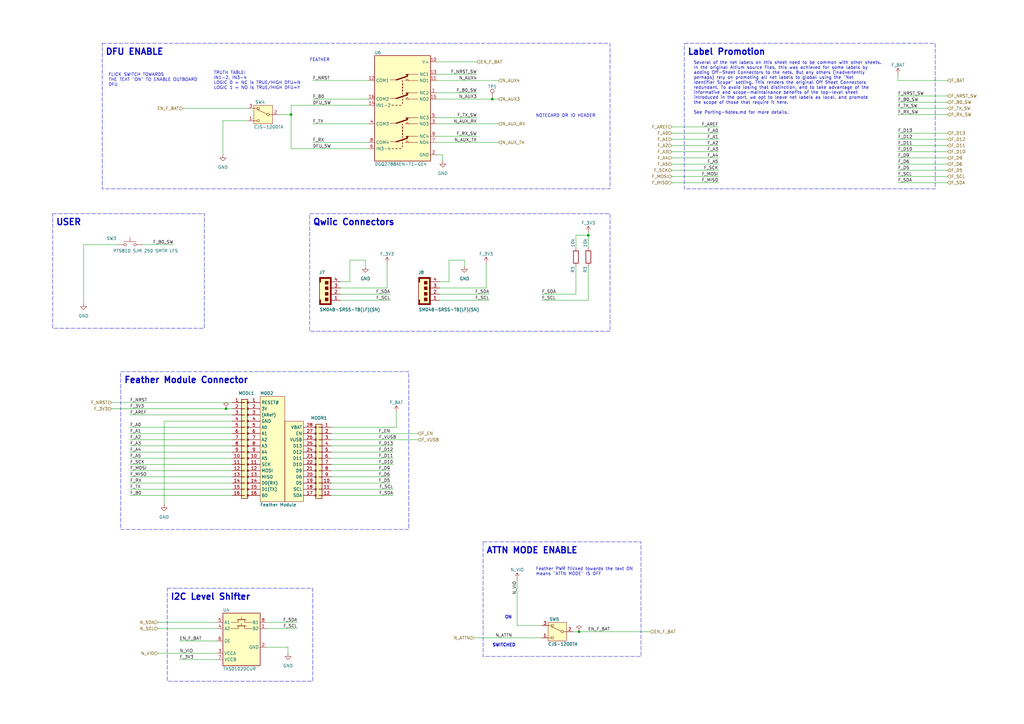
<source format=kicad_sch>
(kicad_sch (version 20230121) (generator eeschema)
  (paper "A3")
  (title_block (title "Notecarrier-F") (date "2023-05-03") (rev "A") (comment 1 "Blues Inc") (comment 2 "Heath Raftery"))
  (lib_symbols
    (symbol "Connector:TestPoint" (pin_numbers hide) (pin_names (offset 0.762) hide)
      (property "Reference" "TP" (at 0 6.858 0))
      (property "Value" "TestPoint" (at 0 5.08 0))
      (symbol "TestPoint_0_1"
        (circle (center 0 3.302) (radius 0.762))
      )
      (symbol "TestPoint_1_1"
        (pin passive line (at 0 0 90) (length 2.54) (name "1") (number "1"))
      )
    )
    (symbol "Connector_Generic:Conn_01x12" (pin_names (offset 1.016) hide)
      (property "Reference" "J" (at 0 15.24 0))
      (property "Value" "Conn_01x12" (at 0 -17.78 0))
      (symbol "Conn_01x12_1_1"
        (rectangle (start -1.27 -15.113) (end 0 -15.367) (stroke (width 0.1524)))
        (rectangle (start -1.27 -12.573) (end 0 -12.827) (stroke (width 0.1524)))
        (rectangle (start -1.27 -10.033) (end 0 -10.287) (stroke (width 0.1524)))
        (rectangle (start -1.27 -7.493) (end 0 -7.747) (stroke (width 0.1524)))
        (rectangle (start -1.27 -4.953) (end 0 -5.207) (stroke (width 0.1524)))
        (rectangle (start -1.27 -2.413) (end 0 -2.667) (stroke (width 0.1524)))
        (rectangle (start -1.27 0.127) (end 0 -0.127) (stroke (width 0.1524)))
        (rectangle (start -1.27 2.667) (end 0 2.413) (stroke (width 0.1524)))
        (rectangle (start -1.27 5.207) (end 0 4.953) (stroke (width 0.1524)))
        (rectangle (start -1.27 7.747) (end 0 7.493) (stroke (width 0.1524)))
        (rectangle (start -1.27 10.287) (end 0 10.033) (stroke (width 0.1524)))
        (rectangle (start -1.27 12.827) (end 0 12.573) (stroke (width 0.1524)))
        (rectangle (start -1.27 13.97) (end 1.27 -16.51) (stroke (width 0.254)) (fill (type background)))
        (pin passive line (at -5.08 12.7 0) (length 3.81) (name "Pin_1") (number "1"))
        (pin passive line (at -5.08 -10.16 0) (length 3.81) (name "Pin_10") (number "10"))
        (pin passive line (at -5.08 -12.7 0) (length 3.81) (name "Pin_11") (number "11"))
        (pin passive line (at -5.08 -15.24 0) (length 3.81) (name "Pin_12") (number "12"))
        (pin passive line (at -5.08 10.16 0) (length 3.81) (name "Pin_2") (number "2"))
        (pin passive line (at -5.08 7.62 0) (length 3.81) (name "Pin_3") (number "3"))
        (pin passive line (at -5.08 5.08 0) (length 3.81) (name "Pin_4") (number "4"))
        (pin passive line (at -5.08 2.54 0) (length 3.81) (name "Pin_5") (number "5"))
        (pin passive line (at -5.08 0 0) (length 3.81) (name "Pin_6") (number "6"))
        (pin passive line (at -5.08 -2.54 0) (length 3.81) (name "Pin_7") (number "7"))
        (pin passive line (at -5.08 -5.08 0) (length 3.81) (name "Pin_8") (number "8"))
        (pin passive line (at -5.08 -7.62 0) (length 3.81) (name "Pin_9") (number "9"))
      )
    )
    (symbol "Connector_Generic:Conn_01x16" (pin_names (offset 1.016) hide)
      (property "Reference" "J" (at 0 20.32 0))
      (property "Value" "Conn_01x16" (at 0 -22.86 0))
      (symbol "Conn_01x16_1_1"
        (rectangle (start -1.27 -20.193) (end 0 -20.447) (stroke (width 0.1524)))
        (rectangle (start -1.27 -17.653) (end 0 -17.907) (stroke (width 0.1524)))
        (rectangle (start -1.27 -15.113) (end 0 -15.367) (stroke (width 0.1524)))
        (rectangle (start -1.27 -12.573) (end 0 -12.827) (stroke (width 0.1524)))
        (rectangle (start -1.27 -10.033) (end 0 -10.287) (stroke (width 0.1524)))
        (rectangle (start -1.27 -7.493) (end 0 -7.747) (stroke (width 0.1524)))
        (rectangle (start -1.27 -4.953) (end 0 -5.207) (stroke (width 0.1524)))
        (rectangle (start -1.27 -2.413) (end 0 -2.667) (stroke (width 0.1524)))
        (rectangle (start -1.27 0.127) (end 0 -0.127) (stroke (width 0.1524)))
        (rectangle (start -1.27 2.667) (end 0 2.413) (stroke (width 0.1524)))
        (rectangle (start -1.27 5.207) (end 0 4.953) (stroke (width 0.1524)))
        (rectangle (start -1.27 7.747) (end 0 7.493) (stroke (width 0.1524)))
        (rectangle (start -1.27 10.287) (end 0 10.033) (stroke (width 0.1524)))
        (rectangle (start -1.27 12.827) (end 0 12.573) (stroke (width 0.1524)))
        (rectangle (start -1.27 15.367) (end 0 15.113) (stroke (width 0.1524)))
        (rectangle (start -1.27 17.907) (end 0 17.653) (stroke (width 0.1524)))
        (rectangle (start -1.27 19.05) (end 1.27 -21.59) (stroke (width 0.254)) (fill (type background)))
        (pin passive line (at -5.08 17.78 0) (length 3.81) (name "Pin_1") (number "1"))
        (pin passive line (at -5.08 -5.08 0) (length 3.81) (name "Pin_10") (number "10"))
        (pin passive line (at -5.08 -7.62 0) (length 3.81) (name "Pin_11") (number "11"))
        (pin passive line (at -5.08 -10.16 0) (length 3.81) (name "Pin_12") (number "12"))
        (pin passive line (at -5.08 -12.7 0) (length 3.81) (name "Pin_13") (number "13"))
        (pin passive line (at -5.08 -15.24 0) (length 3.81) (name "Pin_14") (number "14"))
        (pin passive line (at -5.08 -17.78 0) (length 3.81) (name "Pin_15") (number "15"))
        (pin passive line (at -5.08 -20.32 0) (length 3.81) (name "Pin_16") (number "16"))
        (pin passive line (at -5.08 15.24 0) (length 3.81) (name "Pin_2") (number "2"))
        (pin passive line (at -5.08 12.7 0) (length 3.81) (name "Pin_3") (number "3"))
        (pin passive line (at -5.08 10.16 0) (length 3.81) (name "Pin_4") (number "4"))
        (pin passive line (at -5.08 7.62 0) (length 3.81) (name "Pin_5") (number "5"))
        (pin passive line (at -5.08 5.08 0) (length 3.81) (name "Pin_6") (number "6"))
        (pin passive line (at -5.08 2.54 0) (length 3.81) (name "Pin_7") (number "7"))
        (pin passive line (at -5.08 0 0) (length 3.81) (name "Pin_8") (number "8"))
        (pin passive line (at -5.08 -2.54 0) (length 3.81) (name "Pin_9") (number "9"))
      )
    )
    (symbol "Device:R" (pin_numbers hide) (pin_names (offset 0))
      (property "Reference" "R" (at 2.032 0 90))
      (property "Value" "R" (at 0 0 90))
      (symbol "R_0_1"
        (rectangle (start -1.016 -2.54) (end 1.016 2.54) (stroke (width 0.254)))
      )
      (symbol "R_1_1"
        (pin passive line (at 0 3.81 270) (length 1.27) (name "~") (number "1"))
        (pin passive line (at 0 -3.81 90) (length 1.27) (name "~") (number "2"))
      )
    )
    (symbol "blues-kicad-lib:BM04B-SRSS-TBT" (pin_names (offset 1.016))
      (property "Reference" "J" (at -1.27 6.35 0))
      (property "Value" "BM04B-SRSS-TBT" (at -1.27 -8.89 0))
      (symbol "BM04B-SRSS-TBT_0_0"
        (rectangle (start -1.27 4.318) (end 3.556 -6.858) (stroke (width 0.254)) (fill (type background)))
      )
      (symbol "BM04B-SRSS-TBT_1_0"
        (pin passive line (at -5.08 2.54 0) (length 3.81) (name "") (number "1"))
        (pin passive line (at -5.08 0 0) (length 3.81) (name "") (number "2"))
        (pin passive line (at -5.08 -2.54 0) (length 3.81) (name "") (number "3"))
        (pin passive line (at -5.08 -5.08 0) (length 3.81) (name "") (number "4"))
      )
      (symbol "BM04B-SRSS-TBT_1_1"
        (rectangle (start 0 -4.064) (end 1.27 -5.334) (fill (type outline)))
        (rectangle (start 0 -1.778) (end 1.27 -3.048) (fill (type outline)))
        (polyline (pts (xy 3.048 2.286) (xy 3.556 2.286) (xy 3.556 4.318) (xy -1.27 4.318) (xy -1.27 -6.858) (xy 3.556 -6.858) (xy 3.556 -4.826) (xy 3.048 -4.826) (xy 3.048 -6.35) (xy -0.762 -6.35) (xy -0.762 3.81) (xy 3.048 3.81) (xy 3.048 2.286)) (fill (type outline)))
        (rectangle (start 0 0.508) (end 1.27 -0.762) (fill (type outline)))
        (rectangle (start 0 2.794) (end 1.27 1.524) (fill (type outline)))
      )
    )
    (symbol "blues-kicad-lib:CJS-1200TA" (pin_names (offset 0.002) hide)
      (property "Reference" "SW" (at -1.27 4.318 0))
      (property "Value" "CJS-1200TA" (at -1.27 -5.08 0))
      (symbol "CJS-1200TA_0_0"
        (circle (center -3.302 0) (radius 0.508))
        (circle (center 0.762 -2.54) (radius 0.508))
      )
      (symbol "CJS-1200TA_0_1"
        (rectangle (start -5.08 3.81) (end 2.54 -3.81) (fill (type background)))
        (polyline (pts (xy -5.08 0) (xy -3.81 0)))
        (polyline (pts (xy -2.794 0.254) (xy 1.27 2.032)))
        (polyline (pts (xy 1.27 -2.54) (xy 2.54 -2.54)))
        (polyline (pts (xy 1.27 2.54) (xy 2.54 2.54)))
        (circle (center 0.762 2.54) (radius 0.508))
      )
      (symbol "CJS-1200TA_1_1"
        (pin passive line (at 5.08 -2.54 180) (length 2.54) (name "C") (number "1"))
        (pin passive line (at -7.62 0 0) (length 2.54) (name "B") (number "2"))
        (pin passive line (at 5.08 2.54 180) (length 2.54) (name "A") (number "3"))
      )
    )
    (symbol "blues-kicad-lib:DGQ2788AEN-T1-GE4"
      (property "Reference" "U" (at 0 20.32 0))
      (property "Value" "DGQ2788AEN-T1-GE4" (at 0 17.78 0))
      (symbol "DGQ2788AEN-T1-GE4_0_1"
        (polyline (pts (xy -2.54 -18.796) (xy -5.08 -18.796)))
        (polyline (pts (xy -2.54 -11.176) (xy -5.08 -11.176)))
        (polyline (pts (xy -2.54 -1.016) (xy -5.08 -1.016)))
        (polyline (pts (xy -2.54 6.604) (xy -5.08 6.604)))
      )
      (symbol "DGQ2788AEN-T1-GE4_1_0"
        (pin passive line (at 13.97 1.27 180) (length 2.54) (name "NC2") (number "1"))
        (pin passive line (at 13.97 6.35 180) (length 2.54) (name "NO1") (number "11"))
        (pin passive line (at 13.97 -1.27 180) (length 2.54) (name "NO2") (number "15"))
        (pin power_in line (at 13.97 -24.13 180) (length 2.54) (name "GND") (number "2"))
        (pin passive line (at 13.97 -11.43 180) (length 2.54) (name "NO3") (number "3"))
        (pin passive line (at 13.97 -8.89 180) (length 2.54) (name "NC3") (number "5"))
        (pin passive line (at 13.97 -19.05 180) (length 2.54) (name "NO4") (number "7"))
        (pin passive line (at 13.97 -16.51 180) (length 2.54) (name "NC4") (number "9"))
      )
      (symbol "DGQ2788AEN-T1-GE4_1_1"
        (rectangle (start -11.43 16.51) (end 11.43 -26.67) (stroke (width 0.254)) (fill (type background)))
        (polyline (pts (xy -4.318 -21.59) (xy -3.683 -21.59)) (stroke (width 0.254)))
        (polyline (pts (xy -4.318 -3.81) (xy -3.683 -3.81)) (stroke (width 0.254)))
        (polyline (pts (xy -2.794 -21.59) (xy -2.159 -21.59)) (stroke (width 0.254)))
        (polyline (pts (xy -2.794 -3.81) (xy -2.159 -3.81)) (stroke (width 0.254)))
        (polyline (pts (xy -2.54 -18.796) (xy 2.032 -17.272)) (stroke (width 0.508)))
        (polyline (pts (xy -2.54 -11.176) (xy 2.032 -9.652)) (stroke (width 0.508)))
        (polyline (pts (xy -2.54 -1.016) (xy 2.032 0.508)) (stroke (width 0.508)))
        (polyline (pts (xy -2.54 6.604) (xy 2.032 8.128)) (stroke (width 0.508)))
        (polyline (pts (xy -1.27 -21.59) (xy -0.635 -21.59)) (stroke (width 0.254)))
        (polyline (pts (xy -1.27 -3.81) (xy -0.635 -3.81)) (stroke (width 0.254)))
        (polyline (pts (xy 0 -20.32) (xy 0 -20.955)) (stroke (width 0.254)))
        (polyline (pts (xy 0 -19.05) (xy 0 -19.685)) (stroke (width 0.254)))
        (polyline (pts (xy 0 -17.78) (xy 0 -18.415)) (stroke (width 0.254)))
        (polyline (pts (xy 0 -16.51) (xy 0 -17.145)) (stroke (width 0.254)))
        (polyline (pts (xy 0 -15.24) (xy 0 -15.875)) (stroke (width 0.254)))
        (polyline (pts (xy 0 -15.24) (xy 0 -15.875)) (stroke (width 0.254)))
        (polyline (pts (xy 0 -13.97) (xy 0 -14.605)) (stroke (width 0.254)))
        (polyline (pts (xy 0 -13.97) (xy 0 -14.605)) (stroke (width 0.254)))
        (polyline (pts (xy 0 -12.7) (xy 0 -13.335)) (stroke (width 0.254)))
        (polyline (pts (xy 0 -12.7) (xy 0 -13.335)) (stroke (width 0.254)))
        (polyline (pts (xy 0 -11.43) (xy 0 -12.065)) (stroke (width 0.254)))
        (polyline (pts (xy 0 -2.54) (xy 0 -3.175)) (stroke (width 0.254)))
        (polyline (pts (xy 0 -1.27) (xy 0 -1.905)) (stroke (width 0.254)))
        (polyline (pts (xy 0 0) (xy 0 -0.635)) (stroke (width 0.254)))
        (polyline (pts (xy 0 1.27) (xy 0 0.635)) (stroke (width 0.254)))
        (polyline (pts (xy 0 2.54) (xy 0 1.905)) (stroke (width 0.254)))
        (polyline (pts (xy 0 2.54) (xy 0 1.905)) (stroke (width 0.254)))
        (polyline (pts (xy 0 3.81) (xy 0 3.175)) (stroke (width 0.254)))
        (polyline (pts (xy 0 3.81) (xy 0 3.175)) (stroke (width 0.254)))
        (polyline (pts (xy 0 5.08) (xy 0 4.445)) (stroke (width 0.254)))
        (polyline (pts (xy 0 5.08) (xy 0 4.445)) (stroke (width 0.254)))
        (polyline (pts (xy 0 6.35) (xy 0 5.715)) (stroke (width 0.254)))
        (polyline (pts (xy 6.35 -19.05) (xy 1.27 -19.05) (xy 1.905 -18.415) (xy 2.54 -19.05)))
        (polyline (pts (xy 6.35 -16.51) (xy 1.27 -16.51) (xy 1.905 -17.145) (xy 2.54 -16.51)) (fill (type outline)))
        (polyline (pts (xy 6.35 -11.43) (xy 1.27 -11.43) (xy 1.905 -10.795) (xy 2.54 -11.43)))
        (polyline (pts (xy 6.35 -8.89) (xy 1.27 -8.89) (xy 1.905 -9.525) (xy 2.54 -8.89)) (fill (type outline)))
        (polyline (pts (xy 6.35 -1.27) (xy 1.27 -1.27) (xy 1.905 -0.635) (xy 2.54 -1.27)))
        (polyline (pts (xy 6.35 1.27) (xy 1.27 1.27) (xy 1.905 0.635) (xy 2.54 1.27)) (fill (type outline)))
        (polyline (pts (xy 6.35 6.35) (xy 1.27 6.35) (xy 1.905 6.985) (xy 2.54 6.35)))
        (polyline (pts (xy 6.35 8.89) (xy 1.27 8.89) (xy 1.905 8.255) (xy 2.54 8.89)) (fill (type outline)))
        (pin power_in line (at 13.97 13.97 180) (length 2.54) (name "V+") (number "10"))
        (pin passive line (at -13.97 6.35 0) (length 2.54) (name "COM1") (number "12"))
        (pin passive line (at 13.97 8.89 180) (length 2.54) (name "NC1") (number "13"))
        (pin input line (at -13.97 -3.81 0) (length 2.54) (name "IN1-2") (number "14"))
        (pin passive line (at -13.97 -1.27 0) (length 2.54) (name "COM2") (number "16"))
        (pin passive line (at -13.97 -11.43 0) (length 2.54) (name "COM3") (number "4"))
        (pin input line (at -13.97 -21.59 0) (length 2.54) (name "IN3-4") (number "6"))
        (pin passive line (at -13.97 -19.05 0) (length 2.54) (name "COM4") (number "8"))
      )
    )
    (symbol "blues-kicad-lib:FeatherModule" (in_bom no)
      (property "Reference" "MOD" (at -10.16 24.13 0))
      (property "Value" "Feather Module" (at -10.16 -21.59 0))
      (symbol "FeatherModule_0_1"
        (rectangle (start -10.16 22.86) (end 0 -20.32) (fill (type background)))
        (rectangle (start 0 12.7) (end 7.62 -20.32) (fill (type background)))
      )
      (symbol "FeatherModule_1_0"
        (pin no_connect line (at -15.24 -2.54 0) (length 5.08) (name "A5") (number "10"))
        (pin no_connect line (at -15.24 -5.08 0) (length 5.08) (name "SCK") (number "11"))
        (pin no_connect line (at -15.24 -7.62 0) (length 5.08) (name "MOSI") (number "12"))
        (pin no_connect line (at -15.24 -10.16 0) (length 5.08) (name "MISO") (number "13"))
        (pin no_connect line (at -15.24 -12.7 0) (length 5.08) (name "D0(RX)") (number "14"))
        (pin no_connect line (at -15.24 -15.24 0) (length 5.08) (name "D1(TX)") (number "15"))
        (pin no_connect line (at -15.24 -17.78 0) (length 5.08) (name "B0") (number "16"))
        (pin no_connect line (at 12.7 -17.78 180) (length 5.08) (name "SDA") (number "17"))
        (pin no_connect line (at 12.7 -15.24 180) (length 5.08) (name "SCL") (number "18"))
        (pin no_connect line (at 12.7 -12.7 180) (length 5.08) (name "D5") (number "19"))
        (pin no_connect line (at 12.7 -10.16 180) (length 5.08) (name "D6") (number "20"))
        (pin no_connect line (at 12.7 -7.62 180) (length 5.08) (name "D9") (number "21"))
        (pin no_connect line (at 12.7 -5.08 180) (length 5.08) (name "D10") (number "22"))
        (pin no_connect line (at 12.7 -2.54 180) (length 5.08) (name "D11") (number "23"))
        (pin no_connect line (at 12.7 0 180) (length 5.08) (name "D12") (number "24"))
        (pin no_connect line (at 12.7 2.54 180) (length 5.08) (name "D13") (number "25"))
        (pin no_connect line (at 12.7 5.08 180) (length 5.08) (name "VUSB") (number "26"))
        (pin no_connect line (at 12.7 7.62 180) (length 5.08) (name "EN") (number "27"))
        (pin no_connect line (at 12.7 10.16 180) (length 5.08) (name "VBAT") (number "28"))
        (pin no_connect line (at -15.24 12.7 0) (length 5.08) (name "GND") (number "4"))
        (pin no_connect line (at -15.24 10.16 0) (length 5.08) (name "A0") (number "5"))
        (pin no_connect line (at -15.24 7.62 0) (length 5.08) (name "A1") (number "6"))
        (pin no_connect line (at -15.24 5.08 0) (length 5.08) (name "A2") (number "7"))
        (pin no_connect line (at -15.24 2.54 0) (length 5.08) (name "A3") (number "8"))
        (pin no_connect line (at -15.24 0 0) (length 5.08) (name "A4") (number "9"))
      )
      (symbol "FeatherModule_1_1"
        (pin no_connect line (at -15.24 20.32 0) (length 5.08) (name "RESET#") (number "1"))
        (pin no_connect line (at -15.24 17.78 0) (length 5.08) (name "3V") (number "2"))
        (pin no_connect line (at -15.24 15.24 0) (length 5.08) (name "(ARef)") (number "3"))
      )
    )
    (symbol "blues-kicad-lib:PTS810-SJM-250-SMTR-LFS" (pin_numbers hide) (pin_names (offset 1.016) hide)
      (property "Reference" "SW" (at 1.27 2.54 0))
      (property "Value" "PTS810 SJM 250 SMTR LFS" (at 0 -1.524 0))
      (symbol "PTS810-SJM-250-SMTR-LFS_0_1"
        (circle (center -2.032 0) (radius 0.508))
        (polyline (pts (xy 0 1.27) (xy 0 3.048)))
        (polyline (pts (xy 2.54 1.27) (xy -2.54 1.27)))
        (circle (center 2.032 0) (radius 0.508))
        (pin passive line (at -5.08 0 0) (length 2.54) (name "1") (number "1"))
        (pin passive line (at -5.08 0 0) (length 2.54) hide (name "2") (number "2"))
        (pin passive line (at 5.08 0 180) (length 2.54) (name "3") (number "3"))
        (pin passive line (at 5.08 0 180) (length 2.54) hide (name "4") (number "4"))
      )
    )
    (symbol "blues-kicad-lib:TXS0102DCU"
      (property "Reference" "U" (at -6.35 12.7 0))
      (property "Value" "TXS0102DCU" (at 3.81 12.7 0))
      (symbol "TXS0102DCU_0_1"
        (rectangle (start -7.62 11.43) (end 7.62 -10.16) (stroke (width 0.254)) (fill (type background)))
        (polyline (pts (xy -4.318 5.08) (xy -1.27 5.08)))
        (polyline (pts (xy -2.032 6.096) (xy 2.032 6.096)))
        (polyline (pts (xy -1.524 6.35) (xy 1.524 6.35)))
        (polyline (pts (xy -1.27 5.08) (xy -1.27 6.096)))
        (polyline (pts (xy 0 6.35) (xy 0 7.366)))
        (polyline (pts (xy 1.27 5.08) (xy 1.27 6.096)))
        (polyline (pts (xy 4.318 5.08) (xy 1.27 5.08)))
      )
      (symbol "TXS0102DCU_1_1"
        (polyline (pts (xy -4.318 7.62) (xy -1.27 7.62)))
        (polyline (pts (xy -2.032 8.636) (xy 2.032 8.636)))
        (polyline (pts (xy -1.524 8.89) (xy 1.524 8.89)))
        (polyline (pts (xy -1.27 7.62) (xy -1.27 8.636)))
        (polyline (pts (xy 0 8.89) (xy 0 9.906)))
        (polyline (pts (xy 1.27 7.62) (xy 1.27 8.636)))
        (polyline (pts (xy 4.318 7.62) (xy 1.27 7.62)))
        (pin bidirectional line (at 10.16 5.08 180) (length 2.54) (name "B2") (number "1"))
        (pin power_in line (at 10.16 -2.54 180) (length 2.54) (name "GND") (number "2"))
        (pin power_in line (at -10.16 -5.08 0) (length 2.54) (name "VCCA") (number "3"))
        (pin bidirectional line (at -10.16 5.08 0) (length 2.54) (name "A2") (number "4"))
        (pin bidirectional line (at -10.16 7.62 0) (length 2.54) (name "A1") (number "5"))
        (pin input line (at -10.16 0 0) (length 2.54) (name "OE") (number "6"))
        (pin power_in line (at -10.16 -7.62 0) (length 2.54) (name "VCCB") (number "7"))
        (pin bidirectional line (at 10.16 7.62 180) (length 2.54) (name "B1") (number "8"))
      )
    )
    (symbol "blues-kicad-lib:power_F_3V3" (power) (pin_names (offset 0)) (in_bom no) (on_board no)
      (property "Value" "F_3V3" (at 0 3.81 0))
      (symbol "power_F_3V3_0_1"
        (polyline (pts (xy -0.762 1.27) (xy 0 2.54)))
        (polyline (pts (xy 0 0) (xy 0 2.54)))
        (polyline (pts (xy 0 2.54) (xy 0.762 1.27)))
      )
      (symbol "power_F_3V3_1_1"
        (pin power_in line (at 0 0 90) (length 0) hide (name "F_3V3") (number "1"))
      )
    )
    (symbol "blues-kicad-lib:power_F_BAT" (power) (pin_names (offset 0)) (in_bom no) (on_board no)
      (property "Value" "F_BAT" (at 0 3.81 0))
      (symbol "power_F_BAT_0_1"
        (polyline (pts (xy -0.762 1.27) (xy 0 2.54)))
        (polyline (pts (xy 0 0) (xy 0 2.54)))
        (polyline (pts (xy 0 2.54) (xy 0.762 1.27)))
      )
      (symbol "power_F_BAT_1_1"
        (pin power_in line (at 0 0 90) (length 0) hide (name "F_BAT") (number "1"))
      )
    )
    (symbol "blues-kicad-lib:power_N_VIO" (power) (pin_names (offset 0)) (in_bom no) (on_board no)
      (property "Value" "N_VIO" (at 0 3.81 0))
      (symbol "power_N_VIO_0_1"
        (polyline (pts (xy -0.762 1.27) (xy 0 2.54)))
        (polyline (pts (xy 0 0) (xy 0 2.54)))
        (polyline (pts (xy 0 2.54) (xy 0.762 1.27)))
      )
      (symbol "power_N_VIO_1_1"
        (pin power_in line (at 0 0 90) (length 0) hide (name "N_VIO") (number "1"))
      )
    )
    (symbol "power:GND" (power) (pin_names (offset 0))
      (property "Value" "GND" (at 0 -3.81 0))
      (symbol "GND_0_1"
        (polyline (pts (xy 0 0) (xy 0 -1.27) (xy 1.27 -1.27) (xy 0 -2.54) (xy -1.27 -1.27) (xy 0 -1.27)))
      )
      (symbol "GND_1_1"
        (pin power_in line (at 0 0 270) (length 0) hide (name "GND") (number "1"))
      )
    )
    (symbol "power:PWR_FLAG" (power) (pin_numbers hide) (pin_names (offset 0) hide)
      (property "Value" "PWR_FLAG" (at 0 3.81 0))
      (symbol "PWR_FLAG_0_0"
        (pin power_out line (at 0 0 90) (length 0) (name "pwr") (number "1"))
      )
      (symbol "PWR_FLAG_0_1"
        (polyline (pts (xy 0 0) (xy 0 1.27) (xy -1.016 1.905) (xy 0 2.54) (xy 1.016 1.905) (xy 0 1.27)))
      )
    )
  )
  (junction (at 241.3 96.52))
  (junction (at 237.49 259.08))
  (junction (at 201.93 40.64))
  (junction (at 92.71 167.64))
  (junction (at 119.38 46.99))
  (wire (pts (xy 179.07 30.48) (xy 195.58 30.48)))
  (wire (pts (xy 388.62 57.15) (xy 368.3 57.15)))
  (wire (pts (xy 388.62 64.77) (xy 368.3 64.77)))
  (wire (pts (xy 179.07 48.26) (xy 195.58 48.26)))
  (wire (pts (xy 388.62 69.85) (xy 368.3 69.85)))
  (wire (pts (xy 275.59 64.77) (xy 294.64 64.77)))
  (wire (pts (xy 119.38 43.18) (xy 151.13 43.18)))
  (wire (pts (xy 135.89 185.42) (xy 161.29 185.42)))
  (wire (pts (xy 109.22 257.81) (xy 121.92 257.81)))
  (wire (pts (xy 91.44 49.53) (xy 91.44 63.5)))
  (wire (pts (xy 53.34 193.04) (xy 95.25 193.04)))
  (wire (pts (xy 388.62 54.61) (xy 368.3 54.61)))
  (wire (pts (xy 388.62 62.23) (xy 368.3 62.23)))
  (wire (pts (xy 118.11 265.43) (xy 118.11 267.97)))
  (wire (pts (xy 236.22 101.6) (xy 236.22 96.52)))
  (wire (pts (xy 181.61 63.5) (xy 181.61 66.04)))
  (wire (pts (xy 64.77 255.27) (xy 88.9 255.27)))
  (wire (pts (xy 179.07 55.88) (xy 195.58 55.88)))
  (wire (pts (xy 128.27 40.64) (xy 151.13 40.64)))
  (wire (pts (xy 388.62 59.69) (xy 368.3 59.69)))
  (wire (pts (xy 184.15 115.57) (xy 184.15 106.68)))
  (wire (pts (xy 128.27 33.02) (xy 151.13 33.02)))
  (wire (pts (xy 135.89 203.2) (xy 161.29 203.2)))
  (wire (pts (xy 388.62 74.93) (xy 368.3 74.93)))
  (wire (pts (xy 135.89 200.66) (xy 161.29 200.66)))
  (wire (pts (xy 139.7 118.11) (xy 158.75 118.11)))
  (wire (pts (xy 275.59 69.85) (xy 294.64 69.85)))
  (wire (pts (xy 135.89 195.58) (xy 160.02 195.58)))
  (wire (pts (xy 53.34 203.2) (xy 95.25 203.2)))
  (wire (pts (xy 135.89 177.8) (xy 171.45 177.8)))
  (wire (pts (xy 222.25 120.65) (xy 236.22 120.65)))
  (wire (pts (xy 53.34 195.58) (xy 95.25 195.58)))
  (wire (pts (xy 101.6 49.53) (xy 91.44 49.53)))
  (wire (pts (xy 67.31 207.01) (xy 67.31 172.72)))
  (wire (pts (xy 139.7 115.57) (xy 143.51 115.57)))
  (wire (pts (xy 139.7 120.65) (xy 160.02 120.65)))
  (wire (pts (xy 241.3 109.22) (xy 241.3 123.19)))
  (wire (pts (xy 241.3 96.52) (xy 241.3 101.6)))
  (wire (pts (xy 53.34 175.26) (xy 95.25 175.26)))
  (wire (pts (xy 180.34 120.65) (xy 200.66 120.65)))
  (wire (pts (xy 92.71 167.64) (xy 95.25 167.64)))
  (wire (pts (xy 388.62 46.99) (xy 368.3 46.99)))
  (wire (pts (xy 53.34 187.96) (xy 95.25 187.96)))
  (wire (pts (xy 135.89 190.5) (xy 161.29 190.5)))
  (wire (pts (xy 135.89 182.88) (xy 161.29 182.88)))
  (wire (pts (xy 275.59 72.39) (xy 294.64 72.39)))
  (wire (pts (xy 74.93 44.45) (xy 101.6 44.45)))
  (wire (pts (xy 128.27 58.42) (xy 151.13 58.42)))
  (wire (pts (xy 73.66 262.89) (xy 88.9 262.89)))
  (wire (pts (xy 275.59 62.23) (xy 294.64 62.23)))
  (wire (pts (xy 179.07 25.4) (xy 195.58 25.4)))
  (wire (pts (xy 53.34 180.34) (xy 95.25 180.34)))
  (wire (pts (xy 275.59 54.61) (xy 294.64 54.61)))
  (wire (pts (xy 143.51 115.57) (xy 143.51 106.68)))
  (wire (pts (xy 190.5 106.68) (xy 190.5 109.22)))
  (wire (pts (xy 194.31 261.62) (xy 222.25 261.62)))
  (wire (pts (xy 388.62 72.39) (xy 368.3 72.39)))
  (wire (pts (xy 388.62 33.02) (xy 368.3 33.02)))
  (wire (pts (xy 119.38 43.18) (xy 119.38 46.99)))
  (wire (pts (xy 368.3 30.48) (xy 368.3 33.02)))
  (wire (pts (xy 388.62 67.31) (xy 368.3 67.31)))
  (wire (pts (xy 388.62 39.37) (xy 368.3 39.37)))
  (wire (pts (xy 135.89 175.26) (xy 162.56 175.26)))
  (wire (pts (xy 53.34 177.8) (xy 95.25 177.8)))
  (wire (pts (xy 53.34 185.42) (xy 95.25 185.42)))
  (wire (pts (xy 275.59 57.15) (xy 294.64 57.15)))
  (wire (pts (xy 241.3 95.25) (xy 241.3 96.52)))
  (wire (pts (xy 236.22 109.22) (xy 236.22 120.65)))
  (wire (pts (xy 237.49 259.08) (xy 266.7 259.08)))
  (wire (pts (xy 64.77 257.81) (xy 88.9 257.81)))
  (wire (pts (xy 179.07 33.02) (xy 204.47 33.02)))
  (wire (pts (xy 149.86 106.68) (xy 149.86 109.22)))
  (wire (pts (xy 236.22 96.52) (xy 241.3 96.52)))
  (wire (pts (xy 109.22 265.43) (xy 118.11 265.43)))
  (wire (pts (xy 45.72 167.64) (xy 92.71 167.64)))
  (wire (pts (xy 180.34 123.19) (xy 200.66 123.19)))
  (wire (pts (xy 135.89 193.04) (xy 160.02 193.04)))
  (wire (pts (xy 222.25 256.54) (xy 212.09 256.54)))
  (wire (pts (xy 179.07 63.5) (xy 181.61 63.5)))
  (wire (pts (xy 275.59 67.31) (xy 294.64 67.31)))
  (wire (pts (xy 143.51 106.68) (xy 149.86 106.68)))
  (wire (pts (xy 64.77 267.97) (xy 88.9 267.97)))
  (wire (pts (xy 135.89 180.34) (xy 171.45 180.34)))
  (wire (pts (xy 53.34 198.12) (xy 95.25 198.12)))
  (wire (pts (xy 135.89 187.96) (xy 161.29 187.96)))
  (wire (pts (xy 135.89 198.12) (xy 160.02 198.12)))
  (wire (pts (xy 58.42 100.33) (xy 71.12 100.33)))
  (wire (pts (xy 151.13 60.96) (xy 119.38 60.96)))
  (wire (pts (xy 234.95 259.08) (xy 237.49 259.08)))
  (wire (pts (xy 201.93 40.64) (xy 204.47 40.64)))
  (wire (pts (xy 162.56 168.91) (xy 162.56 175.26)))
  (wire (pts (xy 184.15 106.68) (xy 190.5 106.68)))
  (wire (pts (xy 275.59 59.69) (xy 294.64 59.69)))
  (wire (pts (xy 128.27 50.8) (xy 151.13 50.8)))
  (wire (pts (xy 180.34 118.11) (xy 199.39 118.11)))
  (wire (pts (xy 179.07 40.64) (xy 201.93 40.64)))
  (wire (pts (xy 199.39 107.95) (xy 199.39 118.11)))
  (wire (pts (xy 222.25 123.19) (xy 241.3 123.19)))
  (wire (pts (xy 388.62 41.91) (xy 368.3 41.91)))
  (wire (pts (xy 119.38 60.96) (xy 119.38 46.99)))
  (wire (pts (xy 53.34 200.66) (xy 95.25 200.66)))
  (wire (pts (xy 179.07 38.1) (xy 195.58 38.1)))
  (wire (pts (xy 179.07 50.8) (xy 204.47 50.8)))
  (wire (pts (xy 139.7 123.19) (xy 160.02 123.19)))
  (wire (pts (xy 53.34 182.88) (xy 95.25 182.88)))
  (wire (pts (xy 275.59 74.93) (xy 294.64 74.93)))
  (wire (pts (xy 119.38 46.99) (xy 114.3 46.99)))
  (wire (pts (xy 158.75 107.95) (xy 158.75 118.11)))
  (wire (pts (xy 388.62 44.45) (xy 368.3 44.45)))
  (wire (pts (xy 180.34 115.57) (xy 184.15 115.57)))
  (wire (pts (xy 53.34 190.5) (xy 95.25 190.5)))
  (wire (pts (xy 34.29 100.33) (xy 34.29 124.46)))
  (wire (pts (xy 67.31 172.72) (xy 95.25 172.72)))
  (wire (pts (xy 109.22 255.27) (xy 121.92 255.27)))
  (wire (pts (xy 179.07 58.42) (xy 204.47 58.42)))
  (wire (pts (xy 48.26 100.33) (xy 34.29 100.33)))
  (wire (pts (xy 45.72 165.1) (xy 95.25 165.1)))
  (wire (pts (xy 73.66 270.51) (xy 88.9 270.51)))
  (wire (pts (xy 53.34 170.18) (xy 95.25 170.18)))
  (wire (pts (xy 212.09 237.49) (xy 212.09 256.54)))
  (wire (pts (xy 275.59 52.07) (xy 294.64 52.07)))
  (rectangle (start 127 87.63) (end 250.19 135.89) (stroke (width 0) (type dash)))
  (rectangle (start 280.67 17.78) (end 383.54 77.47) (stroke (width 0) (type dash)))
  (rectangle (start 41.91 17.78) (end 250.19 77.47) (stroke (width 0) (type dash)))
  (rectangle (start 198.12 222.25) (end 262.89 269.24) (stroke (width 0) (type dash)))
  (rectangle (start 68.58 241.3) (end 128.27 279.4) (stroke (width 0) (type dash)))
  (rectangle (start 49.53 152.4) (end 167.64 217.17) (stroke (width 0) (type dash)))
  (rectangle (start 21.59 87.63) (end 83.82 134.62) (stroke (width 0) (type dash)))
  (text "Feather PWR flicked towards the text ON\nmeans \"ATTN MODE\" IS OFF" (at 219.71 236.22 0) (effects (font (size 1.27 1.27)) (justify left bottom)))
  (text "ATTN MODE ENABLE" (at 199.39 227.33 0) (effects (font (size 2.54 2.54) (thickness 0.508) bold) (justify left bottom)))
  (text "Several of the net labels on this sheet need to be common with other sheets.\nIn the original Altium source files, this was achieved for some labels by\nadding Off-Sheet Connectors to the nets. But any others (inadvertently\nperhaps) rely on promoting all net labels to global using the \"Net\nIdentifier Scope\" setting. This renders the original Off Sheet Connectors\nredundant. To avoid losing that distinction, and to take advantage of the\ninformative and scope-maintainance benefits of the top-level sheet\nintroduced in the port, we opt to leave net labels as local, and promote\nthe scope of those that require it here.\n\nSee Porting-Notes.md for more details." (at 284.48 46.99 0) (effects (font (size 1.27 1.27)) (justify left bottom)))
  (text "FEATHER" (at 127 25.4 0) (effects (font (size 1.27 1.27)) (justify left bottom)))
  (text "USER" (at 22.86 92.71 0) (effects (font (size 2.54 2.54) (thickness 0.508) bold) (justify left bottom)))
  (text "ON" (at 207.01 254 0) (effects (font (size 1.27 1.27) (thickness 0.254) bold) (justify left bottom)))
  (text "Feather Module Connector" (at 50.8 157.48 0) (effects (font (size 2.54 2.54) (thickness 0.508) bold) (justify left bottom)))
  (text "Label Promotion" (at 281.94 22.86 0) (effects (font (size 2.54 2.54) (thickness 0.508) bold) (justify left bottom)))
  (text "FLICK SWITCH TOWARDS\nTHE TEXT \"ON\" TO ENABLE OUTBOARD\nDFU\n" (at 44.45 35.56 0) (effects (font (size 1.27 1.27)) (justify left bottom)))
  (text "TRUTH TABLE:\nIN1-2, IN3-4\nLOGIC 0 = NC is TRUE/HIGH DFU=N\nLOGIC 1 = NO is TRUE/HIGH DFU=Y\n" (at 87.63 36.83 0) (effects (font (size 1.27 1.27)) (justify left bottom)))
  (text "SWITCHED" (at 201.93 265.43 0) (effects (font (size 1.27 1.27) (thickness 0.254) bold) (justify left bottom)))
  (text "I2C Level Shifter" (at 69.85 246.38 0) (effects (font (size 2.54 2.54) (thickness 0.508) bold) (justify left bottom)))
  (text "NOTECARD OR IO HEADER" (at 219.71 48.26 0) (effects (font (size 1.27 1.27)) (justify left bottom)))
  (text "Qwiic Connectors" (at 128.27 92.71 0) (effects (font (size 2.54 2.54) (thickness 0.508) bold) (justify left bottom)))
  (text "DFU ENABLE" (at 43.18 22.86 0) (effects (font (size 2.54 2.54) (thickness 0.508) bold) (justify left bottom)))
  (label "F_A5" (at 53.34 187.96 0))
  (label "F_A2" (at 294.64 59.69 180))
  (label "N_VIO" (at 212.09 243.84 90))
  (label "F_A0" (at 53.34 175.26 0))
  (label "F_SCL" (at 222.25 123.19 0))
  (label "F_SDA" (at 200.66 120.65 180))
  (label "N_AUX4" (at 195.58 33.02 180))
  (label "F_RX" (at 53.34 198.12 0))
  (label "F_SCK" (at 53.34 190.5 0))
  (label "F_A1" (at 294.64 57.15 180))
  (label "F_RX_SW" (at 368.3 46.99 0))
  (label "F_D5" (at 368.3 69.85 0))
  (label "F_A2" (at 53.34 180.34 0))
  (label "F_EN" (at 160.02 177.8 180))
  (label "F_A1" (at 53.34 177.8 0))
  (label "F_TX_SW" (at 195.58 48.26 180))
  (label "F_3V3" (at 73.66 270.51 0))
  (label "F_3V3" (at 53.34 167.64 0))
  (label "F_A3" (at 294.64 62.23 180))
  (label "F_A5" (at 294.64 67.31 180))
  (label "F_AREF" (at 53.34 170.18 0))
  (label "F_D12" (at 161.29 185.42 180))
  (label "F_NRST" (at 128.27 33.02 0))
  (label "F_D12" (at 368.3 57.15 0))
  (label "F_SCL" (at 161.29 200.66 180))
  (label "F_D6" (at 368.3 67.31 0))
  (label "N_AUX_TX" (at 195.58 58.42 180))
  (label "F_SCL" (at 200.66 123.19 180))
  (label "F_SCK" (at 294.64 69.85 180))
  (label "F_D6" (at 160.02 195.58 180))
  (label "F_D9" (at 160.02 193.04 180))
  (label "EN_F_BAT" (at 73.66 262.89 0))
  (label "F_TX_SW" (at 368.3 44.45 0))
  (label "F_B0_SW" (at 368.3 41.91 0))
  (label "DFU_SW" (at 128.27 43.18 0))
  (label "F_B0_SW" (at 195.58 38.1 180))
  (label "F_B0_SW" (at 71.12 100.33 180))
  (label "EN_F_BAT" (at 250.19 259.08 180))
  (label "F_VUSB" (at 162.56 180.34 180))
  (label "F_RX" (at 128.27 58.42 0))
  (label "F_D10" (at 368.3 62.23 0))
  (label "F_SDA" (at 160.02 120.65 180))
  (label "N_ATTN" (at 203.2 261.62 0))
  (label "N_AUX_RX" (at 195.58 50.8 180))
  (label "F_D11" (at 161.29 187.96 180))
  (label "F_SCL" (at 121.92 257.81 180))
  (label "F_NRST" (at 53.34 165.1 0))
  (label "F_D11" (at 368.3 59.69 0))
  (label "F_SCL" (at 368.3 72.39 0))
  (label "F_D10" (at 161.29 190.5 180))
  (label "F_MOSI" (at 294.64 72.39 180))
  (label "F_MOSI" (at 53.34 193.04 0))
  (label "F_D9" (at 368.3 64.77 0))
  (label "N_AUX3" (at 195.58 40.64 180))
  (label "F_SDA" (at 368.3 74.93 0))
  (label "F_A4" (at 53.34 185.42 0))
  (label "F_MISO" (at 294.64 74.93 180))
  (label "F_A0" (at 294.64 54.61 180))
  (label "F_MISO" (at 53.34 195.58 0))
  (label "DFU_SW" (at 128.27 60.96 0))
  (label "F_TX" (at 53.34 200.66 0))
  (label "F_AREF" (at 294.64 52.07 180))
  (label "F_SDA" (at 121.92 255.27 180))
  (label "F_SCL" (at 160.02 123.19 180))
  (label "F_NRST_SW" (at 195.58 30.48 180))
  (label "F_NRST_SW" (at 368.3 39.37 0))
  (label "F_A4" (at 294.64 64.77 180))
  (label "F_SDA" (at 222.25 120.65 0))
  (label "F_D5" (at 160.02 198.12 180))
  (label "F_B0" (at 128.27 40.64 0))
  (label "F_B0" (at 53.34 203.2 0))
  (label "F_SDA" (at 161.29 203.2 180))
  (label "F_A3" (at 53.34 182.88 0))
  (label "F_TX" (at 128.27 50.8 0))
  (label "F_D13" (at 368.3 54.61 0))
  (label "F_D13" (at 161.29 182.88 180))
  (label "N_VIO" (at 73.66 267.97 0))
  (label "F_RX_SW" (at 195.58 55.88 180))
  (hierarchical_label "N_VIO" (shape input) (at 64.77 267.97 180))
  (hierarchical_label "F_D6" (shape input) (at 388.62 67.31 0))
  (hierarchical_label "F_A4" (shape input) (at 275.59 64.77 180))
  (hierarchical_label "F_NRST" (shape input) (at 45.72 165.1 180))
  (hierarchical_label "F_NRST_SW" (shape input) (at 388.62 39.37 0))
  (hierarchical_label "F_D9" (shape input) (at 388.62 64.77 0))
  (hierarchical_label "F_TX_SW" (shape input) (at 388.62 44.45 0))
  (hierarchical_label "F_D5" (shape input) (at 388.62 69.85 0))
  (hierarchical_label "F_A3" (shape input) (at 275.59 62.23 180))
  (hierarchical_label "F_3V3" (shape input) (at 45.72 167.64 180))
  (hierarchical_label "F_SDA" (shape input) (at 388.62 74.93 0))
  (hierarchical_label "F_A1" (shape input) (at 275.59 57.15 180))
  (hierarchical_label "N_SDA" (shape input) (at 64.77 255.27 180))
  (hierarchical_label "F_BAT" (shape input) (at 388.62 33.02 0))
  (hierarchical_label "EN_F_BAT" (shape input) (at 266.7 259.08 0))
  (hierarchical_label "N_AUX4" (shape input) (at 204.47 33.02 0))
  (hierarchical_label "F_D12" (shape input) (at 388.62 57.15 0))
  (hierarchical_label "F_RX_SW" (shape input) (at 388.62 46.99 0))
  (hierarchical_label "EN_F_BAT" (shape input) (at 74.93 44.45 180))
  (hierarchical_label "F_D10" (shape input) (at 388.62 62.23 0))
  (hierarchical_label "F_SCL" (shape input) (at 388.62 72.39 0))
  (hierarchical_label "F_EN" (shape input) (at 171.45 177.8 0))
  (hierarchical_label "F_VUSB" (shape input) (at 171.45 180.34 0))
  (hierarchical_label "F_A0" (shape input) (at 275.59 54.61 180))
  (hierarchical_label "F_D13" (shape input) (at 388.62 54.61 0))
  (hierarchical_label "F_B0_SW" (shape input) (at 388.62 41.91 0))
  (hierarchical_label "N_AUX_RX" (shape input) (at 204.47 50.8 0))
  (hierarchical_label "F_A5" (shape input) (at 275.59 67.31 180))
  (hierarchical_label "F_SCK" (shape input) (at 275.59 69.85 180))
  (hierarchical_label "N_AUX_TX" (shape input) (at 204.47 58.42 0))
  (hierarchical_label "N_AUX3" (shape input) (at 204.47 40.64 0))
  (hierarchical_label "F_MOSI" (shape input) (at 275.59 72.39 180))
  (hierarchical_label "F_A2" (shape input) (at 275.59 59.69 180))
  (hierarchical_label "N_ATTN" (shape input) (at 194.31 261.62 180))
  (hierarchical_label "F_AREF" (shape input) (at 275.59 52.07 180))
  (hierarchical_label "EN_F_BAT" (shape input) (at 195.58 25.4 0))
  (hierarchical_label "N_SCL" (shape input) (at 64.77 257.81 180))
  (hierarchical_label "F_MISO" (shape input) (at 275.59 74.93 180))
  (hierarchical_label "F_D11" (shape input) (at 388.62 59.69 0))
  (symbol (lib_id "power:GND") (at 118.11 267.97 0) (unit 1)
    (property "Reference" "#PWR037" (effects hide))
    (property "Value" "GND" (at 118.11 273.05 0))
  )
  (symbol (lib_id "blues-kicad-lib:BM04B-SRSS-TBT") (at 134.62 120.65 180) (unit 1)
    (property "Reference" "J7" (at 132.08 111.76 0))
    (property "Value" "SM04B-SRSS-TB(LF)(SN)" (at 143.51 127 0))
    (property "Footprint" "blues-kicad-lib:JST SM04B-SRSS-TB" (effects hide))
    (property "Description" "CONN HEADER SH 4POS SIDE 1MM TIN" (effects hide))
    (property "Manufacturer" "JST" (effects hide))
    (property "Order Code" "455-1804-1-ND" (effects hide))
    (property "Part Number" "SM04B-SRSS-TB-LFSN" (effects hide))
    (property "Supplier" "Digi-Key" (effects hide))
  )
  (symbol (lib_id "blues-kicad-lib:CJS-1200TA") (at 106.68 46.99 0) (mirror y) (unit 1)
    (property "Reference" "SW4" (at 106.68 41.91 0))
    (property "Value" "CJS-1200TA" (at 104.14 52.07 0) (effects (justify right)))
    (property "Footprint" "blues-kicad-lib:SW_CJS-1200TA" (effects hide))
    (property "Datasheet" "https://www.nidec-copal-electronics.com/e/catalog/switch/cjs.pdf" (effects hide))
    (property "Description" "Switch Slide N.O./N.C. SPDT Raised Slide 0.1A 24VDC J-Hook SMD Embossed T/R" (effects hide))
    (property "Manufacturer" "Nidec Copal" (effects hide))
    (property "Order Code" "563-1021-6-ND" (effects hide))
    (property "Part Number" "CJS-1200TA" (effects hide))
    (property "Supplier" "Digi-Key" (effects hide))
  )
  (symbol (lib_id "blues-kicad-lib:PTS810-SJM-250-SMTR-LFS") (at 53.34 100.33 0) (unit 1)
    (property "Reference" "SW3" (at 45.72 97.79 0))
    (property "Value" "PTS810 SJM 250 SMTR LFS" (at 59.69 102.87 0))
    (property "Footprint" "blues-kicad-lib:C&K PTS810" (effects hide))
    (property "Description" "SWITCH TACTILE SPST-NO 0.05A 16V" (effects hide))
    (property "Manufacturer" "ITT C&K" (effects hide))
    (property "Order Code" "CKN10502CT-ND" (effects hide))
    (property "Part Number" "PTS810SJM250SMTRLFS" (effects hide))
    (property "Supplier" "Digi-Key" (effects hide))
  )
  (symbol (lib_id "blues-kicad-lib:CJS-1200TA") (at 227.33 259.08 0) (mirror y) (unit 1)
    (property "Reference" "SW5" (at 227.33 254 0))
    (property "Value" "CJS-1200TA" (at 224.79 264.16 0) (effects (justify right)))
    (property "Footprint" "blues-kicad-lib:SW_CJS-1200TA" (effects hide))
    (property "Datasheet" "https://www.nidec-copal-electronics.com/e/catalog/switch/cjs.pdf" (effects hide))
    (property "Description" "Switch Slide N.O./N.C. SPDT Raised Slide 0.1A 24VDC J-Hook SMD Embossed T/R" (effects hide))
    (property "Manufacturer" "Nidec Copal" (effects hide))
    (property "Order Code" "563-1021-6-ND" (effects hide))
    (property "Part Number" "CJS-1200TA" (effects hide))
    (property "Supplier" "Digi-Key" (effects hide))
  )
  (symbol (lib_id "blues-kicad-lib:power_F_3V3") (at 199.39 107.95 0) (unit 1) (in_bom no) (on_board no)
    (property "Reference" "#PWR033" (effects hide))
    (property "Value" "F_3V3" (at 199.39 104.14 0))
  )
  (symbol (lib_id "blues-kicad-lib:DGQ2788AEN-T1-GE4") (at 165.1 39.37 0) (unit 1)
    (property "Reference" "U6" (at 154.94 21.59 0))
    (property "Value" "DGQ2788AEN-T1-GE4" (at 153.67 67.31 0) (effects (justify left)))
    (property "Footprint" "blues-kicad-lib:QFN40P260X180X60-16N" (effects hide))
    (property "Datasheet" "https://www.vishay.com/docs/75683/dgq2788a.pdf" (effects hide))
    (property "Description" "Analog Switch Quad SPDT Automotive 16-Pin Mini-QFN T/R" (effects hide))
    (property "Manufacturer" "Vishay" (effects hide))
    (property "Order Code" "DGQ2788AEN-T1-GE4" (effects hide))
    (property "Part Number" "DGQ2788AEN-T1-GE4" (effects hide))
    (property "Supplier" "Arrow Electronics" (effects hide))
  )
  (symbol (lib_id "blues-kicad-lib:power_F_BAT") (at 368.3 30.48 0) (unit 1) (in_bom no) (on_board no)
    (property "Reference" "#PWR045" (effects hide))
    (property "Value" "F_BAT" (at 368.3 26.67 0))
  )
  (symbol (lib_id "power:GND") (at 67.31 207.01 0) (unit 1)
    (property "Reference" "#PWR035" (effects hide))
    (property "Value" "GND" (at 67.31 212.09 0))
  )
  (symbol (lib_id "power:GND") (at 91.44 63.5 0) (unit 1)
    (property "Reference" "#PWR028" (effects hide))
    (property "Value" "GND" (at 91.44 68.58 0))
  )
  (symbol (lib_id "Connector_Generic:Conn_01x12") (at 130.81 187.96 0) (mirror y) (unit 1)
    (property "Reference" "MODR1" (at 130.81 171.45 0))
    (property "Value" "Conn_01x12" (effects hide))
    (property "Footprint" "blues-kicad-lib:12PIN_254MM" (effects hide))
    (property "Description" "Socket 12-Pin, 0.100 in" (effects hide))
    (property "Manufacturer" "4UCONN" (effects hide))
    (property "Order Code" "00536" (effects hide))
    (property "Part Number" "00536" (effects hide))
  )
  (symbol (lib_id "blues-kicad-lib:power_F_3V3") (at 241.3 95.25 0) (unit 1) (in_bom no) (on_board no)
    (property "Reference" "#PWR034" (effects hide))
    (property "Value" "F_3V3" (at 241.3 91.44 0))
  )
  (symbol (lib_id "blues-kicad-lib:power_F_3V3") (at 158.75 107.95 0) (unit 1) (in_bom no) (on_board no)
    (property "Reference" "#PWR031" (effects hide))
    (property "Value" "F_3V3" (at 158.75 104.14 0))
  )
  (symbol (lib_id "blues-kicad-lib:power_F_BAT") (at 162.56 168.91 0) (unit 1) (in_bom no) (on_board no)
    (property "Reference" "#PWR036" (effects hide))
    (property "Value" "F_BAT" (at 162.56 165.1 0))
  )
  (symbol (lib_id "power:GND") (at 181.61 66.04 0) (unit 1)
    (property "Reference" "#PWR029" (effects hide))
    (property "Value" "GND" (at 181.61 71.12 0))
  )
  (symbol (lib_id "blues-kicad-lib:FeatherModule") (at 116.84 185.42 0) (unit 1) (in_bom no)
    (property "Reference" "MOD2" (at 106.68 161.29 0) (effects (justify left)))
    (property "Value" "Feather Module" (at 106.68 207.01 0) (effects (justify left)))
    (property "Footprint" "blues-kicad-lib:BLUES_WIRELESS_SWAN_2-54_HEADERS" (effects hide))
  )
  (symbol (lib_id "Connector_Generic:Conn_01x16") (at 100.33 182.88 0) (unit 1)
    (property "Reference" "MODL1" (at 97.79 161.29 0) (effects (justify left)))
    (property "Value" "Conn_01x16" (effects hide))
    (property "Footprint" "blues-kicad-lib:16PIN_254MM" (effects hide))
    (property "Description" "Socket 16-Pin, 0.100 in" (effects hide))
    (property "Manufacturer" "4UCONN" (effects hide))
    (property "Order Code" "00542" (effects hide))
    (property "Part Number" "00542" (effects hide))
  )
  (symbol (lib_id "Device:R") (at 241.3 105.41 180) (unit 1)
    (property "Reference" "R3" (at 240.03 109.22 90) (effects (justify left)))
    (property "Value" "10k" (at 240.03 97.79 90) (effects (justify left)))
    (property "Footprint" "blues-kicad-lib:RES 0402_1005" (effects hide))
    (property "Description" "Res Thick Film 0402 10K Ohm 1% 1/16W ±100ppm/°C Molded SMD SMD T/R" (effects hide))
    (property "Manufacturer" "Samsung" (effects hide))
    (property "Order Code" "1276-3431-2-ND" (effects hide))
    (property "Part Number" "RC1005F103CS" (effects hide))
    (property "Supplier" "Digi-Key" (effects hide))
    (instances (project "Notecarrier-F" (path "" (reference "R3") (unit 1)) (path "" (reference "R12") (unit 1))))
  )
  (symbol (lib_id "Connector:TestPoint") (at 201.93 40.64 0) (unit 1)
    (property "Reference" "TP1" (at 201.93 35.56 0))
    (property "Value" "TESTPAD" (effects hide))
    (property "Footprint" "blues-kicad-lib:TESTPAD_127" (effects hide))
  )
  (symbol (lib_id "blues-kicad-lib:power_N_VIO") (at 212.09 237.49 0) (unit 1) (in_bom no) (on_board no)
    (property "Reference" "#PWR038" (effects hide))
    (property "Value" "N_VIO" (at 212.09 233.68 0))
  )
  (symbol (lib_id "power:PWR_FLAG") (at 237.49 259.08 0) (unit 1)
    (property "Reference" "#FLG08" (effects hide))
    (property "Value" "PWR_FLAG" (effects hide))
    (instances (project "Notecarrier-F" (path "" (reference "#FLG08") (unit 1)) (path "" (reference "#FLG011") (unit 1))))
  )
  (symbol (lib_id "power:GND") (at 190.5 109.22 0) (unit 1)
    (property "Reference" "#PWR032" (effects hide))
    (property "Value" "GND" (at 190.5 114.3 0))
  )
  (symbol (lib_id "power:GND") (at 34.29 124.46 0) (unit 1)
    (property "Reference" "#PWR027" (effects hide))
    (property "Value" "GND" (at 34.29 129.54 0))
  )
  (symbol (lib_id "blues-kicad-lib:TXS0102DCU") (at 99.06 262.89 0) (unit 1)
    (property "Reference" "U4" (at 91.44 250.19 0) (effects (justify left)))
    (property "Value" "TXS0102DCUR" (at 91.44 274.32 0) (effects (justify left)))
    (property "Footprint" "blues-kicad-lib:SOP50P310X90-8N" (effects hide))
    (property "Datasheet" "http://www.ti.com/lit/gpn/txs0102" (effects hide))
    (property "Description" "2-Bit Bidirectional Voltage-Level Shifter for Open-Drain and Push-Pull Application 8-VSSOP -40 to 85" (effects hide))
    (property "Manufacturer" "Texas Instruments" (effects hide))
    (property "Order Code" "296-21931-6-ND" (effects hide))
    (property "Part Number" "TXS0102DCUR" (effects hide))
    (property "Supplier" "Digi-Key" (effects hide))
  )
  (symbol (lib_id "power:GND") (at 149.86 109.22 0) (unit 1)
    (property "Reference" "#PWR030" (effects hide))
    (property "Value" "GND" (at 149.86 114.3 0))
  )
  (symbol (lib_id "power:PWR_FLAG") (at 92.71 167.64 0) (unit 1)
    (property "Reference" "#FLG08" (effects hide))
    (property "Value" "PWR_FLAG" (effects hide))
    (instances (project "Notecarrier-F" (path "" (reference "#FLG08") (unit 1)) (path "" (reference "#FLG010") (unit 1))))
  )
  (symbol (lib_id "Device:R") (at 236.22 105.41 180) (unit 1)
    (property "Reference" "R3" (at 234.95 109.22 90) (effects (justify left)))
    (property "Value" "10k" (at 234.95 97.79 90) (effects (justify left)))
    (property "Footprint" "blues-kicad-lib:RES 0402_1005" (effects hide))
    (property "Description" "Res Thick Film 0402 10K Ohm 1% 1/16W ±100ppm/°C Molded SMD SMD T/R" (effects hide))
    (property "Manufacturer" "Samsung" (effects hide))
    (property "Order Code" "1276-3431-2-ND" (effects hide))
    (property "Part Number" "RC1005F103CS" (effects hide))
    (property "Supplier" "Digi-Key" (effects hide))
    (instances (project "Notecarrier-F" (path "" (reference "R3") (unit 1)) (path "" (reference "R11") (unit 1))))
  )
  (symbol (lib_id "blues-kicad-lib:BM04B-SRSS-TBT") (at 175.26 120.65 180) (unit 1)
    (property "Reference" "J8" (at 172.72 111.76 0))
    (property "Value" "SM04B-SRSS-TB(LF)(SN)" (at 184.15 127 0))
    (property "Footprint" "blues-kicad-lib:JST SM04B-SRSS-TB" (effects hide))
    (property "Description" "CONN HEADER SH 4POS SIDE 1MM TIN" (effects hide))
    (property "Manufacturer" "JST" (effects hide))
    (property "Order Code" "455-1804-1-ND" (effects hide))
    (property "Part Number" "SM04B-SRSS-TB-LFSN" (effects hide))
    (property "Supplier" "Digi-Key" (effects hide))
  )
)
</source>
